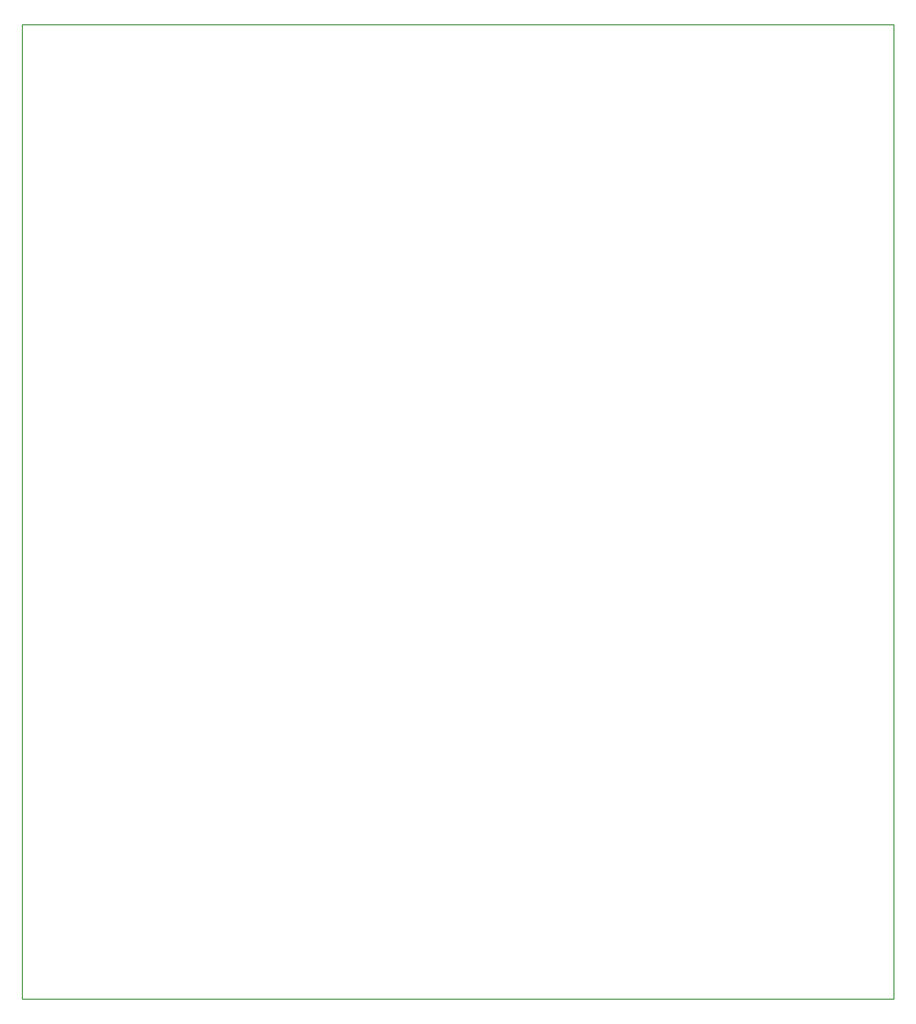
<source format=gbr>
G04 EAGLE Gerber RS-274X export*
G75*
%MOMM*%
%FSLAX34Y34*%
%LPD*%
%IN*%
%IPPOS*%
%AMOC8*
5,1,8,0,0,1.08239X$1,22.5*%
G01*
G04 Define Apertures*
%ADD10C,0.254000*%
D10*
X0Y0D02*
X2159000Y0D01*
X2159000Y2413000D01*
X0Y2413000D01*
X0Y0D01*
M02*

</source>
